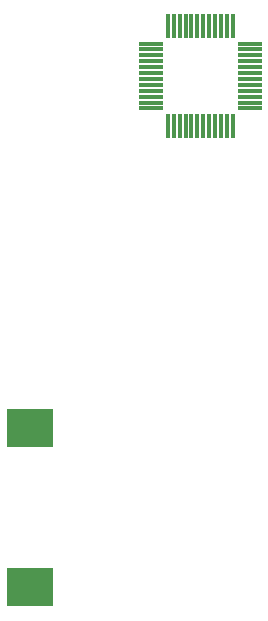
<source format=gts>
G04*
G04 #@! TF.GenerationSoftware,Altium Limited,Altium Designer,25.0.2 (28)*
G04*
G04 Layer_Color=8388736*
%FSLAX44Y44*%
%MOMM*%
G71*
G04*
G04 #@! TF.SameCoordinates,97E3B359-2EC6-4E4D-9D72-6E8A3178B65A*
G04*
G04*
G04 #@! TF.FilePolarity,Negative*
G04*
G01*
G75*
%ADD22R,4.0000X3.3000*%
%ADD32R,0.4000X2.0000*%
%ADD33R,2.0000X0.4000*%
D22*
X212330Y160082D02*
D03*
Y26082D02*
D03*
D32*
X384052Y500501D02*
D03*
X349052D02*
D03*
X374052D02*
D03*
X359052D02*
D03*
X344052D02*
D03*
X354052D02*
D03*
X369052D02*
D03*
X379052D02*
D03*
X339052D02*
D03*
X364052D02*
D03*
X339052Y416501D02*
D03*
X354052D02*
D03*
X349052D02*
D03*
X359052D02*
D03*
X374052D02*
D03*
X379052D02*
D03*
X369052D02*
D03*
X364052D02*
D03*
X384052D02*
D03*
X344052D02*
D03*
X334052Y500501D02*
D03*
X329052D02*
D03*
X334052Y416501D02*
D03*
X329052D02*
D03*
D33*
X398551Y486001D02*
D03*
Y446001D02*
D03*
Y476001D02*
D03*
Y481001D02*
D03*
Y466001D02*
D03*
Y456001D02*
D03*
Y461001D02*
D03*
Y471001D02*
D03*
Y441001D02*
D03*
Y436001D02*
D03*
X314552Y441001D02*
D03*
Y446001D02*
D03*
Y481001D02*
D03*
Y471001D02*
D03*
Y461001D02*
D03*
Y436001D02*
D03*
Y431001D02*
D03*
Y486001D02*
D03*
Y466001D02*
D03*
Y451001D02*
D03*
Y456001D02*
D03*
Y476001D02*
D03*
X398551Y451001D02*
D03*
Y431001D02*
D03*
M02*

</source>
